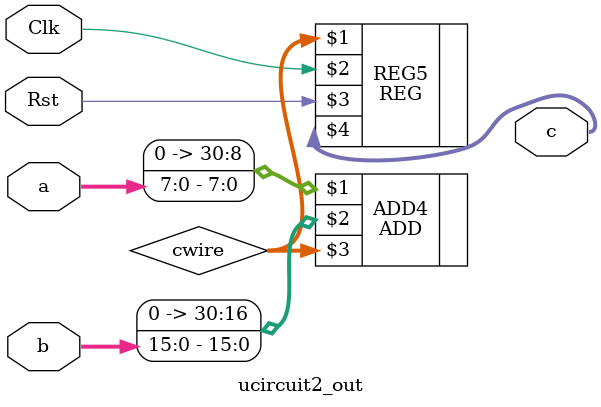
<source format=v>

`timescale 1ns / 1ps

module ucircuit2_out(a,b,c,Clk,Rst);
	input Clk,Rst;
	input [7:0] a;
	input [15:0] b;
	output wire [31:0] c;
	wire [31:0] cwire;
	ADD	#(.DATAWIDTH(32)) ADD4({{31-8{1'b0}},a},{{31-16{1'b0}},b},cwire);
	REG	#(.DATAWIDTH(32)) REG5(cwire,Clk,Rst,c);
endmodule
</source>
